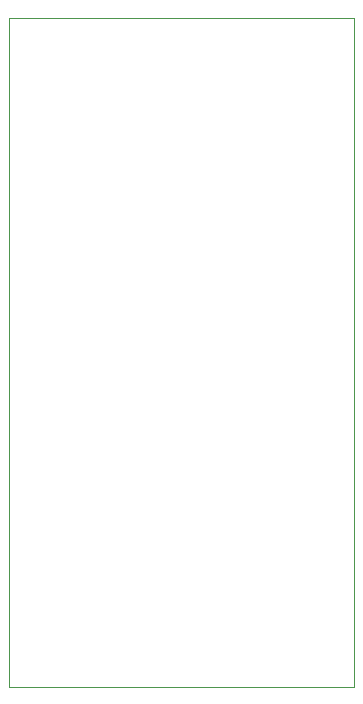
<source format=gm1>
G04 #@! TF.GenerationSoftware,KiCad,Pcbnew,7.0.10*
G04 #@! TF.CreationDate,2024-08-03T14:28:38+12:00*
G04 #@! TF.ProjectId,Z80 Bus Adapter,5a383020-4275-4732-9041-646170746572,rev?*
G04 #@! TF.SameCoordinates,Original*
G04 #@! TF.FileFunction,Profile,NP*
%FSLAX46Y46*%
G04 Gerber Fmt 4.6, Leading zero omitted, Abs format (unit mm)*
G04 Created by KiCad (PCBNEW 7.0.10) date 2024-08-03 14:28:38*
%MOMM*%
%LPD*%
G01*
G04 APERTURE LIST*
G04 #@! TA.AperFunction,Profile*
%ADD10C,0.100000*%
G04 #@! TD*
G04 APERTURE END LIST*
D10*
X96012000Y-92202000D02*
X96012000Y-35560000D01*
X96012000Y-35560000D02*
X125222000Y-35560000D01*
X125222000Y-92202000D02*
X96012000Y-92202000D01*
X125222000Y-35560000D02*
X125222000Y-92202000D01*
M02*

</source>
